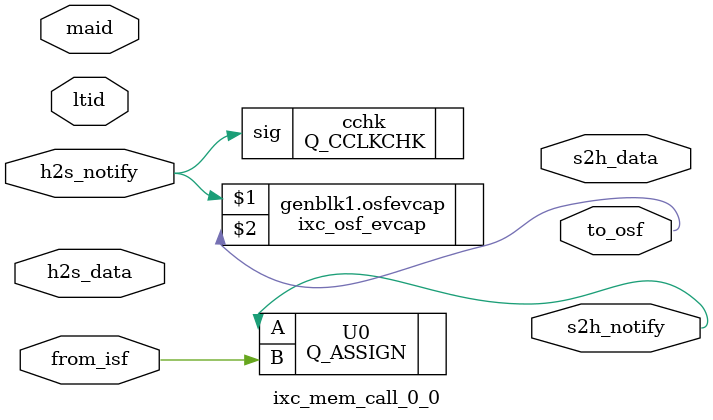
<source format=v>

`ifndef _2_                      
`ifdef CBV                      
`define _2_                      
`else                      
`define _2_ (* _2_state_ *)                      
`endif                      
`endif
`_2_ (* upf_always_on = 1 *) 
module ixc_mem_call_0_0 ( s2h_notify, s2h_data, from_isf, h2s_notify, h2s_data, 
	to_osf, maid, ltid);
// pragma CVASTRPROP MODULE HDLICE HDL_MODULE_ATTRIBUTE "0 vlog"
output s2h_notify;
`_2_ output [0:0] s2h_data;
input from_isf;
input h2s_notify;
`_2_ input [0:0] h2s_data;
output to_osf;
`_2_ input [0:0] maid;
`_2_ input [0:0] ltid;
wire callEvent;
`_2_ wire osfBusy;
`_2_ wire isfBusy;
`_2_ wire [31:0] s2hmport;
`_2_ wire [31:0] s2hxtail;
`_2_ wire s2hmark;
`_2_ wire s2hmarkN;
`_2_ wire ns2hd;
`_2_ wire [31:0] h2smport;
`_2_ wire nh2sd;
`_2_ wire h2s_notifyOv;
`_2_ wire [0:0] wptr;
`_2_ wire [0:0] rptr;
`_2_ wire [1:0] h2sstate;
`_2_ wire [1:0] s2hstate;
Q_ASSIGN U0 ( .B(from_isf), .A(s2h_notify));
Q_NOT_TOUCH _zzqnthw ( .sig());
Q_CCLKCHK cchk ( .sig(h2s_notify));
ixc_osf_evcap \genblk1.osfevcap ( h2s_notify, to_osf);
// pragma CVASTRPROP MODULE HDLICE HDL_TEMPLATE "ixc_mem_call"
// pragma CVASTRPROP MODULE HDLICE HDL_TEMPLATE_LIB "IXCOM_TEMP_LIBRARY"
// pragma CVASTRPROP MODULE HDLICE PROP_IXCOM_MOD TRUE
endmodule

</source>
